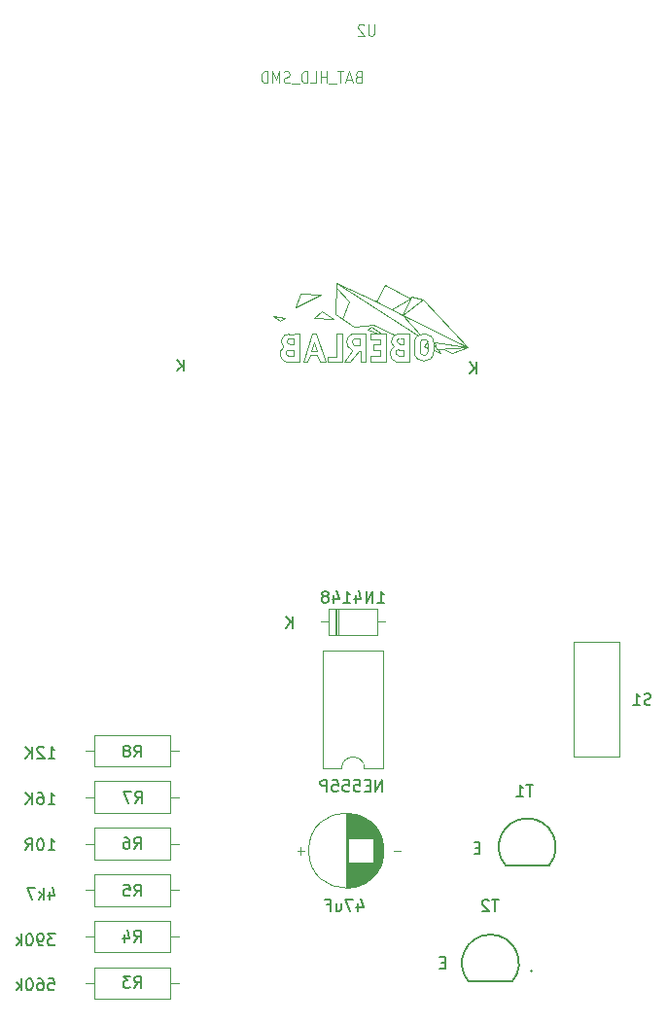
<source format=gbr>
%TF.GenerationSoftware,KiCad,Pcbnew,9.0.6*%
%TF.CreationDate,2025-12-08T17:51:08+01:00*%
%TF.ProjectId,Rocket,526f636b-6574-42e6-9b69-6361645f7063,rev?*%
%TF.SameCoordinates,Original*%
%TF.FileFunction,Legend,Bot*%
%TF.FilePolarity,Positive*%
%FSLAX46Y46*%
G04 Gerber Fmt 4.6, Leading zero omitted, Abs format (unit mm)*
G04 Created by KiCad (PCBNEW 9.0.6) date 2025-12-08 17:51:08*
%MOMM*%
%LPD*%
G01*
G04 APERTURE LIST*
%ADD10C,0.150000*%
%ADD11C,0.050000*%
%ADD12C,0.120000*%
%ADD13C,0.010000*%
G04 APERTURE END LIST*
D10*
X162663220Y-112346009D02*
X162329887Y-112346009D01*
X162187030Y-112869819D02*
X162663220Y-112869819D01*
X162663220Y-112869819D02*
X162663220Y-111869819D01*
X162663220Y-111869819D02*
X162187030Y-111869819D01*
X159663220Y-122346009D02*
X159329887Y-122346009D01*
X159187030Y-122869819D02*
X159663220Y-122869819D01*
X159663220Y-122869819D02*
X159663220Y-121869819D01*
X159663220Y-121869819D02*
X159187030Y-121869819D01*
X164306077Y-116869819D02*
X163734649Y-116869819D01*
X164020363Y-117869819D02*
X164020363Y-116869819D01*
X163448934Y-116965057D02*
X163401315Y-116917438D01*
X163401315Y-116917438D02*
X163306077Y-116869819D01*
X163306077Y-116869819D02*
X163067982Y-116869819D01*
X163067982Y-116869819D02*
X162972744Y-116917438D01*
X162972744Y-116917438D02*
X162925125Y-116965057D01*
X162925125Y-116965057D02*
X162877506Y-117060295D01*
X162877506Y-117060295D02*
X162877506Y-117155533D01*
X162877506Y-117155533D02*
X162925125Y-117298390D01*
X162925125Y-117298390D02*
X163496553Y-117869819D01*
X163496553Y-117869819D02*
X162877506Y-117869819D01*
X167306077Y-106869819D02*
X166734649Y-106869819D01*
X167020363Y-107869819D02*
X167020363Y-106869819D01*
X165877506Y-107869819D02*
X166448934Y-107869819D01*
X166163220Y-107869819D02*
X166163220Y-106869819D01*
X166163220Y-106869819D02*
X166258458Y-107012676D01*
X166258458Y-107012676D02*
X166353696Y-107107914D01*
X166353696Y-107107914D02*
X166448934Y-107155533D01*
X162361904Y-70045180D02*
X162361904Y-71045180D01*
X161790476Y-70045180D02*
X162219047Y-70616609D01*
X161790476Y-71045180D02*
X162361904Y-70473752D01*
X136861904Y-69845180D02*
X136861904Y-70845180D01*
X136290476Y-69845180D02*
X136719047Y-70416609D01*
X136290476Y-70845180D02*
X136861904Y-70273752D01*
X164924894Y-113900456D02*
X168710847Y-113883924D01*
X164924893Y-113900456D02*
G75*
G02*
X168710847Y-113883924I1885954J1616532D01*
G01*
X161714046Y-124016532D02*
G75*
G02*
X165500000Y-124000000I1885954J1616532D01*
G01*
X161714047Y-124016532D02*
X165500000Y-124000000D01*
X152066666Y-117188152D02*
X152066666Y-117854819D01*
X152304761Y-116807200D02*
X152542856Y-117521485D01*
X152542856Y-117521485D02*
X151923809Y-117521485D01*
X151638094Y-116854819D02*
X150971428Y-116854819D01*
X150971428Y-116854819D02*
X151399999Y-117854819D01*
X150161904Y-117188152D02*
X150161904Y-117854819D01*
X150590475Y-117188152D02*
X150590475Y-117711961D01*
X150590475Y-117711961D02*
X150542856Y-117807200D01*
X150542856Y-117807200D02*
X150447618Y-117854819D01*
X150447618Y-117854819D02*
X150304761Y-117854819D01*
X150304761Y-117854819D02*
X150209523Y-117807200D01*
X150209523Y-117807200D02*
X150161904Y-117759580D01*
X149352380Y-117331009D02*
X149685713Y-117331009D01*
X149685713Y-117854819D02*
X149685713Y-116854819D01*
X149685713Y-116854819D02*
X149209523Y-116854819D01*
X132586666Y-116554819D02*
X132919999Y-116078628D01*
X133158094Y-116554819D02*
X133158094Y-115554819D01*
X133158094Y-115554819D02*
X132777142Y-115554819D01*
X132777142Y-115554819D02*
X132681904Y-115602438D01*
X132681904Y-115602438D02*
X132634285Y-115650057D01*
X132634285Y-115650057D02*
X132586666Y-115745295D01*
X132586666Y-115745295D02*
X132586666Y-115888152D01*
X132586666Y-115888152D02*
X132634285Y-115983390D01*
X132634285Y-115983390D02*
X132681904Y-116031009D01*
X132681904Y-116031009D02*
X132777142Y-116078628D01*
X132777142Y-116078628D02*
X133158094Y-116078628D01*
X131681904Y-115554819D02*
X132158094Y-115554819D01*
X132158094Y-115554819D02*
X132205713Y-116031009D01*
X132205713Y-116031009D02*
X132158094Y-115983390D01*
X132158094Y-115983390D02*
X132062856Y-115935771D01*
X132062856Y-115935771D02*
X131824761Y-115935771D01*
X131824761Y-115935771D02*
X131729523Y-115983390D01*
X131729523Y-115983390D02*
X131681904Y-116031009D01*
X131681904Y-116031009D02*
X131634285Y-116126247D01*
X131634285Y-116126247D02*
X131634285Y-116364342D01*
X131634285Y-116364342D02*
X131681904Y-116459580D01*
X131681904Y-116459580D02*
X131729523Y-116507200D01*
X131729523Y-116507200D02*
X131824761Y-116554819D01*
X131824761Y-116554819D02*
X132062856Y-116554819D01*
X132062856Y-116554819D02*
X132158094Y-116507200D01*
X132158094Y-116507200D02*
X132205713Y-116459580D01*
X125190476Y-116188152D02*
X125190476Y-116854819D01*
X125428571Y-115807200D02*
X125666666Y-116521485D01*
X125666666Y-116521485D02*
X125047619Y-116521485D01*
X124666666Y-116854819D02*
X124666666Y-115854819D01*
X124571428Y-116473866D02*
X124285714Y-116854819D01*
X124285714Y-116188152D02*
X124666666Y-116569104D01*
X123952380Y-115854819D02*
X123285714Y-115854819D01*
X123285714Y-115854819D02*
X123714285Y-116854819D01*
X153776757Y-91028319D02*
X154348185Y-91028319D01*
X154062471Y-91028319D02*
X154062471Y-90028319D01*
X154062471Y-90028319D02*
X154157709Y-90171176D01*
X154157709Y-90171176D02*
X154252947Y-90266414D01*
X154252947Y-90266414D02*
X154348185Y-90314033D01*
X153348185Y-91028319D02*
X153348185Y-90028319D01*
X153348185Y-90028319D02*
X152776757Y-91028319D01*
X152776757Y-91028319D02*
X152776757Y-90028319D01*
X151871995Y-90361652D02*
X151871995Y-91028319D01*
X152110090Y-89980700D02*
X152348185Y-90694985D01*
X152348185Y-90694985D02*
X151729138Y-90694985D01*
X150824376Y-91028319D02*
X151395804Y-91028319D01*
X151110090Y-91028319D02*
X151110090Y-90028319D01*
X151110090Y-90028319D02*
X151205328Y-90171176D01*
X151205328Y-90171176D02*
X151300566Y-90266414D01*
X151300566Y-90266414D02*
X151395804Y-90314033D01*
X149967233Y-90361652D02*
X149967233Y-91028319D01*
X150205328Y-89980700D02*
X150443423Y-90694985D01*
X150443423Y-90694985D02*
X149824376Y-90694985D01*
X149300566Y-90456890D02*
X149395804Y-90409271D01*
X149395804Y-90409271D02*
X149443423Y-90361652D01*
X149443423Y-90361652D02*
X149491042Y-90266414D01*
X149491042Y-90266414D02*
X149491042Y-90218795D01*
X149491042Y-90218795D02*
X149443423Y-90123557D01*
X149443423Y-90123557D02*
X149395804Y-90075938D01*
X149395804Y-90075938D02*
X149300566Y-90028319D01*
X149300566Y-90028319D02*
X149110090Y-90028319D01*
X149110090Y-90028319D02*
X149014852Y-90075938D01*
X149014852Y-90075938D02*
X148967233Y-90123557D01*
X148967233Y-90123557D02*
X148919614Y-90218795D01*
X148919614Y-90218795D02*
X148919614Y-90266414D01*
X148919614Y-90266414D02*
X148967233Y-90361652D01*
X148967233Y-90361652D02*
X149014852Y-90409271D01*
X149014852Y-90409271D02*
X149110090Y-90456890D01*
X149110090Y-90456890D02*
X149300566Y-90456890D01*
X149300566Y-90456890D02*
X149395804Y-90504509D01*
X149395804Y-90504509D02*
X149443423Y-90552128D01*
X149443423Y-90552128D02*
X149491042Y-90647366D01*
X149491042Y-90647366D02*
X149491042Y-90837842D01*
X149491042Y-90837842D02*
X149443423Y-90933080D01*
X149443423Y-90933080D02*
X149395804Y-90980700D01*
X149395804Y-90980700D02*
X149300566Y-91028319D01*
X149300566Y-91028319D02*
X149110090Y-91028319D01*
X149110090Y-91028319D02*
X149014852Y-90980700D01*
X149014852Y-90980700D02*
X148967233Y-90933080D01*
X148967233Y-90933080D02*
X148919614Y-90837842D01*
X148919614Y-90837842D02*
X148919614Y-90647366D01*
X148919614Y-90647366D02*
X148967233Y-90552128D01*
X148967233Y-90552128D02*
X149014852Y-90504509D01*
X149014852Y-90504509D02*
X149110090Y-90456890D01*
X146361904Y-93254819D02*
X146361904Y-92254819D01*
X145790476Y-93254819D02*
X146219047Y-92683390D01*
X145790476Y-92254819D02*
X146361904Y-92826247D01*
X177561904Y-99867200D02*
X177419047Y-99914819D01*
X177419047Y-99914819D02*
X177180952Y-99914819D01*
X177180952Y-99914819D02*
X177085714Y-99867200D01*
X177085714Y-99867200D02*
X177038095Y-99819580D01*
X177038095Y-99819580D02*
X176990476Y-99724342D01*
X176990476Y-99724342D02*
X176990476Y-99629104D01*
X176990476Y-99629104D02*
X177038095Y-99533866D01*
X177038095Y-99533866D02*
X177085714Y-99486247D01*
X177085714Y-99486247D02*
X177180952Y-99438628D01*
X177180952Y-99438628D02*
X177371428Y-99391009D01*
X177371428Y-99391009D02*
X177466666Y-99343390D01*
X177466666Y-99343390D02*
X177514285Y-99295771D01*
X177514285Y-99295771D02*
X177561904Y-99200533D01*
X177561904Y-99200533D02*
X177561904Y-99105295D01*
X177561904Y-99105295D02*
X177514285Y-99010057D01*
X177514285Y-99010057D02*
X177466666Y-98962438D01*
X177466666Y-98962438D02*
X177371428Y-98914819D01*
X177371428Y-98914819D02*
X177133333Y-98914819D01*
X177133333Y-98914819D02*
X176990476Y-98962438D01*
X176038095Y-99914819D02*
X176609523Y-99914819D01*
X176323809Y-99914819D02*
X176323809Y-98914819D01*
X176323809Y-98914819D02*
X176419047Y-99057676D01*
X176419047Y-99057676D02*
X176514285Y-99152914D01*
X176514285Y-99152914D02*
X176609523Y-99200533D01*
X132566666Y-120554819D02*
X132899999Y-120078628D01*
X133138094Y-120554819D02*
X133138094Y-119554819D01*
X133138094Y-119554819D02*
X132757142Y-119554819D01*
X132757142Y-119554819D02*
X132661904Y-119602438D01*
X132661904Y-119602438D02*
X132614285Y-119650057D01*
X132614285Y-119650057D02*
X132566666Y-119745295D01*
X132566666Y-119745295D02*
X132566666Y-119888152D01*
X132566666Y-119888152D02*
X132614285Y-119983390D01*
X132614285Y-119983390D02*
X132661904Y-120031009D01*
X132661904Y-120031009D02*
X132757142Y-120078628D01*
X132757142Y-120078628D02*
X133138094Y-120078628D01*
X131709523Y-119888152D02*
X131709523Y-120554819D01*
X131947618Y-119507200D02*
X132185713Y-120221485D01*
X132185713Y-120221485D02*
X131566666Y-120221485D01*
X125690475Y-119854819D02*
X125071428Y-119854819D01*
X125071428Y-119854819D02*
X125404761Y-120235771D01*
X125404761Y-120235771D02*
X125261904Y-120235771D01*
X125261904Y-120235771D02*
X125166666Y-120283390D01*
X125166666Y-120283390D02*
X125119047Y-120331009D01*
X125119047Y-120331009D02*
X125071428Y-120426247D01*
X125071428Y-120426247D02*
X125071428Y-120664342D01*
X125071428Y-120664342D02*
X125119047Y-120759580D01*
X125119047Y-120759580D02*
X125166666Y-120807200D01*
X125166666Y-120807200D02*
X125261904Y-120854819D01*
X125261904Y-120854819D02*
X125547618Y-120854819D01*
X125547618Y-120854819D02*
X125642856Y-120807200D01*
X125642856Y-120807200D02*
X125690475Y-120759580D01*
X124595237Y-120854819D02*
X124404761Y-120854819D01*
X124404761Y-120854819D02*
X124309523Y-120807200D01*
X124309523Y-120807200D02*
X124261904Y-120759580D01*
X124261904Y-120759580D02*
X124166666Y-120616723D01*
X124166666Y-120616723D02*
X124119047Y-120426247D01*
X124119047Y-120426247D02*
X124119047Y-120045295D01*
X124119047Y-120045295D02*
X124166666Y-119950057D01*
X124166666Y-119950057D02*
X124214285Y-119902438D01*
X124214285Y-119902438D02*
X124309523Y-119854819D01*
X124309523Y-119854819D02*
X124499999Y-119854819D01*
X124499999Y-119854819D02*
X124595237Y-119902438D01*
X124595237Y-119902438D02*
X124642856Y-119950057D01*
X124642856Y-119950057D02*
X124690475Y-120045295D01*
X124690475Y-120045295D02*
X124690475Y-120283390D01*
X124690475Y-120283390D02*
X124642856Y-120378628D01*
X124642856Y-120378628D02*
X124595237Y-120426247D01*
X124595237Y-120426247D02*
X124499999Y-120473866D01*
X124499999Y-120473866D02*
X124309523Y-120473866D01*
X124309523Y-120473866D02*
X124214285Y-120426247D01*
X124214285Y-120426247D02*
X124166666Y-120378628D01*
X124166666Y-120378628D02*
X124119047Y-120283390D01*
X123499999Y-119854819D02*
X123404761Y-119854819D01*
X123404761Y-119854819D02*
X123309523Y-119902438D01*
X123309523Y-119902438D02*
X123261904Y-119950057D01*
X123261904Y-119950057D02*
X123214285Y-120045295D01*
X123214285Y-120045295D02*
X123166666Y-120235771D01*
X123166666Y-120235771D02*
X123166666Y-120473866D01*
X123166666Y-120473866D02*
X123214285Y-120664342D01*
X123214285Y-120664342D02*
X123261904Y-120759580D01*
X123261904Y-120759580D02*
X123309523Y-120807200D01*
X123309523Y-120807200D02*
X123404761Y-120854819D01*
X123404761Y-120854819D02*
X123499999Y-120854819D01*
X123499999Y-120854819D02*
X123595237Y-120807200D01*
X123595237Y-120807200D02*
X123642856Y-120759580D01*
X123642856Y-120759580D02*
X123690475Y-120664342D01*
X123690475Y-120664342D02*
X123738094Y-120473866D01*
X123738094Y-120473866D02*
X123738094Y-120235771D01*
X123738094Y-120235771D02*
X123690475Y-120045295D01*
X123690475Y-120045295D02*
X123642856Y-119950057D01*
X123642856Y-119950057D02*
X123595237Y-119902438D01*
X123595237Y-119902438D02*
X123499999Y-119854819D01*
X122738094Y-120854819D02*
X122738094Y-119854819D01*
X122642856Y-120473866D02*
X122357142Y-120854819D01*
X122357142Y-120188152D02*
X122738094Y-120569104D01*
X132586666Y-104454819D02*
X132919999Y-103978628D01*
X133158094Y-104454819D02*
X133158094Y-103454819D01*
X133158094Y-103454819D02*
X132777142Y-103454819D01*
X132777142Y-103454819D02*
X132681904Y-103502438D01*
X132681904Y-103502438D02*
X132634285Y-103550057D01*
X132634285Y-103550057D02*
X132586666Y-103645295D01*
X132586666Y-103645295D02*
X132586666Y-103788152D01*
X132586666Y-103788152D02*
X132634285Y-103883390D01*
X132634285Y-103883390D02*
X132681904Y-103931009D01*
X132681904Y-103931009D02*
X132777142Y-103978628D01*
X132777142Y-103978628D02*
X133158094Y-103978628D01*
X132015237Y-103883390D02*
X132110475Y-103835771D01*
X132110475Y-103835771D02*
X132158094Y-103788152D01*
X132158094Y-103788152D02*
X132205713Y-103692914D01*
X132205713Y-103692914D02*
X132205713Y-103645295D01*
X132205713Y-103645295D02*
X132158094Y-103550057D01*
X132158094Y-103550057D02*
X132110475Y-103502438D01*
X132110475Y-103502438D02*
X132015237Y-103454819D01*
X132015237Y-103454819D02*
X131824761Y-103454819D01*
X131824761Y-103454819D02*
X131729523Y-103502438D01*
X131729523Y-103502438D02*
X131681904Y-103550057D01*
X131681904Y-103550057D02*
X131634285Y-103645295D01*
X131634285Y-103645295D02*
X131634285Y-103692914D01*
X131634285Y-103692914D02*
X131681904Y-103788152D01*
X131681904Y-103788152D02*
X131729523Y-103835771D01*
X131729523Y-103835771D02*
X131824761Y-103883390D01*
X131824761Y-103883390D02*
X132015237Y-103883390D01*
X132015237Y-103883390D02*
X132110475Y-103931009D01*
X132110475Y-103931009D02*
X132158094Y-103978628D01*
X132158094Y-103978628D02*
X132205713Y-104073866D01*
X132205713Y-104073866D02*
X132205713Y-104264342D01*
X132205713Y-104264342D02*
X132158094Y-104359580D01*
X132158094Y-104359580D02*
X132110475Y-104407200D01*
X132110475Y-104407200D02*
X132015237Y-104454819D01*
X132015237Y-104454819D02*
X131824761Y-104454819D01*
X131824761Y-104454819D02*
X131729523Y-104407200D01*
X131729523Y-104407200D02*
X131681904Y-104359580D01*
X131681904Y-104359580D02*
X131634285Y-104264342D01*
X131634285Y-104264342D02*
X131634285Y-104073866D01*
X131634285Y-104073866D02*
X131681904Y-103978628D01*
X131681904Y-103978628D02*
X131729523Y-103931009D01*
X131729523Y-103931009D02*
X131824761Y-103883390D01*
X125090476Y-104554819D02*
X125661904Y-104554819D01*
X125376190Y-104554819D02*
X125376190Y-103554819D01*
X125376190Y-103554819D02*
X125471428Y-103697676D01*
X125471428Y-103697676D02*
X125566666Y-103792914D01*
X125566666Y-103792914D02*
X125661904Y-103840533D01*
X124709523Y-103650057D02*
X124661904Y-103602438D01*
X124661904Y-103602438D02*
X124566666Y-103554819D01*
X124566666Y-103554819D02*
X124328571Y-103554819D01*
X124328571Y-103554819D02*
X124233333Y-103602438D01*
X124233333Y-103602438D02*
X124185714Y-103650057D01*
X124185714Y-103650057D02*
X124138095Y-103745295D01*
X124138095Y-103745295D02*
X124138095Y-103840533D01*
X124138095Y-103840533D02*
X124185714Y-103983390D01*
X124185714Y-103983390D02*
X124757142Y-104554819D01*
X124757142Y-104554819D02*
X124138095Y-104554819D01*
X123709523Y-104554819D02*
X123709523Y-103554819D01*
X123138095Y-104554819D02*
X123566666Y-103983390D01*
X123138095Y-103554819D02*
X123709523Y-104126247D01*
X132586666Y-124554819D02*
X132919999Y-124078628D01*
X133158094Y-124554819D02*
X133158094Y-123554819D01*
X133158094Y-123554819D02*
X132777142Y-123554819D01*
X132777142Y-123554819D02*
X132681904Y-123602438D01*
X132681904Y-123602438D02*
X132634285Y-123650057D01*
X132634285Y-123650057D02*
X132586666Y-123745295D01*
X132586666Y-123745295D02*
X132586666Y-123888152D01*
X132586666Y-123888152D02*
X132634285Y-123983390D01*
X132634285Y-123983390D02*
X132681904Y-124031009D01*
X132681904Y-124031009D02*
X132777142Y-124078628D01*
X132777142Y-124078628D02*
X133158094Y-124078628D01*
X132253332Y-123554819D02*
X131634285Y-123554819D01*
X131634285Y-123554819D02*
X131967618Y-123935771D01*
X131967618Y-123935771D02*
X131824761Y-123935771D01*
X131824761Y-123935771D02*
X131729523Y-123983390D01*
X131729523Y-123983390D02*
X131681904Y-124031009D01*
X131681904Y-124031009D02*
X131634285Y-124126247D01*
X131634285Y-124126247D02*
X131634285Y-124364342D01*
X131634285Y-124364342D02*
X131681904Y-124459580D01*
X131681904Y-124459580D02*
X131729523Y-124507200D01*
X131729523Y-124507200D02*
X131824761Y-124554819D01*
X131824761Y-124554819D02*
X132110475Y-124554819D01*
X132110475Y-124554819D02*
X132205713Y-124507200D01*
X132205713Y-124507200D02*
X132253332Y-124459580D01*
X125119047Y-123754819D02*
X125595237Y-123754819D01*
X125595237Y-123754819D02*
X125642856Y-124231009D01*
X125642856Y-124231009D02*
X125595237Y-124183390D01*
X125595237Y-124183390D02*
X125499999Y-124135771D01*
X125499999Y-124135771D02*
X125261904Y-124135771D01*
X125261904Y-124135771D02*
X125166666Y-124183390D01*
X125166666Y-124183390D02*
X125119047Y-124231009D01*
X125119047Y-124231009D02*
X125071428Y-124326247D01*
X125071428Y-124326247D02*
X125071428Y-124564342D01*
X125071428Y-124564342D02*
X125119047Y-124659580D01*
X125119047Y-124659580D02*
X125166666Y-124707200D01*
X125166666Y-124707200D02*
X125261904Y-124754819D01*
X125261904Y-124754819D02*
X125499999Y-124754819D01*
X125499999Y-124754819D02*
X125595237Y-124707200D01*
X125595237Y-124707200D02*
X125642856Y-124659580D01*
X124214285Y-123754819D02*
X124404761Y-123754819D01*
X124404761Y-123754819D02*
X124499999Y-123802438D01*
X124499999Y-123802438D02*
X124547618Y-123850057D01*
X124547618Y-123850057D02*
X124642856Y-123992914D01*
X124642856Y-123992914D02*
X124690475Y-124183390D01*
X124690475Y-124183390D02*
X124690475Y-124564342D01*
X124690475Y-124564342D02*
X124642856Y-124659580D01*
X124642856Y-124659580D02*
X124595237Y-124707200D01*
X124595237Y-124707200D02*
X124499999Y-124754819D01*
X124499999Y-124754819D02*
X124309523Y-124754819D01*
X124309523Y-124754819D02*
X124214285Y-124707200D01*
X124214285Y-124707200D02*
X124166666Y-124659580D01*
X124166666Y-124659580D02*
X124119047Y-124564342D01*
X124119047Y-124564342D02*
X124119047Y-124326247D01*
X124119047Y-124326247D02*
X124166666Y-124231009D01*
X124166666Y-124231009D02*
X124214285Y-124183390D01*
X124214285Y-124183390D02*
X124309523Y-124135771D01*
X124309523Y-124135771D02*
X124499999Y-124135771D01*
X124499999Y-124135771D02*
X124595237Y-124183390D01*
X124595237Y-124183390D02*
X124642856Y-124231009D01*
X124642856Y-124231009D02*
X124690475Y-124326247D01*
X123499999Y-123754819D02*
X123404761Y-123754819D01*
X123404761Y-123754819D02*
X123309523Y-123802438D01*
X123309523Y-123802438D02*
X123261904Y-123850057D01*
X123261904Y-123850057D02*
X123214285Y-123945295D01*
X123214285Y-123945295D02*
X123166666Y-124135771D01*
X123166666Y-124135771D02*
X123166666Y-124373866D01*
X123166666Y-124373866D02*
X123214285Y-124564342D01*
X123214285Y-124564342D02*
X123261904Y-124659580D01*
X123261904Y-124659580D02*
X123309523Y-124707200D01*
X123309523Y-124707200D02*
X123404761Y-124754819D01*
X123404761Y-124754819D02*
X123499999Y-124754819D01*
X123499999Y-124754819D02*
X123595237Y-124707200D01*
X123595237Y-124707200D02*
X123642856Y-124659580D01*
X123642856Y-124659580D02*
X123690475Y-124564342D01*
X123690475Y-124564342D02*
X123738094Y-124373866D01*
X123738094Y-124373866D02*
X123738094Y-124135771D01*
X123738094Y-124135771D02*
X123690475Y-123945295D01*
X123690475Y-123945295D02*
X123642856Y-123850057D01*
X123642856Y-123850057D02*
X123595237Y-123802438D01*
X123595237Y-123802438D02*
X123499999Y-123754819D01*
X122738094Y-124754819D02*
X122738094Y-123754819D01*
X122642856Y-124373866D02*
X122357142Y-124754819D01*
X122357142Y-124088152D02*
X122738094Y-124469104D01*
X132566666Y-112454819D02*
X132899999Y-111978628D01*
X133138094Y-112454819D02*
X133138094Y-111454819D01*
X133138094Y-111454819D02*
X132757142Y-111454819D01*
X132757142Y-111454819D02*
X132661904Y-111502438D01*
X132661904Y-111502438D02*
X132614285Y-111550057D01*
X132614285Y-111550057D02*
X132566666Y-111645295D01*
X132566666Y-111645295D02*
X132566666Y-111788152D01*
X132566666Y-111788152D02*
X132614285Y-111883390D01*
X132614285Y-111883390D02*
X132661904Y-111931009D01*
X132661904Y-111931009D02*
X132757142Y-111978628D01*
X132757142Y-111978628D02*
X133138094Y-111978628D01*
X131709523Y-111454819D02*
X131899999Y-111454819D01*
X131899999Y-111454819D02*
X131995237Y-111502438D01*
X131995237Y-111502438D02*
X132042856Y-111550057D01*
X132042856Y-111550057D02*
X132138094Y-111692914D01*
X132138094Y-111692914D02*
X132185713Y-111883390D01*
X132185713Y-111883390D02*
X132185713Y-112264342D01*
X132185713Y-112264342D02*
X132138094Y-112359580D01*
X132138094Y-112359580D02*
X132090475Y-112407200D01*
X132090475Y-112407200D02*
X131995237Y-112454819D01*
X131995237Y-112454819D02*
X131804761Y-112454819D01*
X131804761Y-112454819D02*
X131709523Y-112407200D01*
X131709523Y-112407200D02*
X131661904Y-112359580D01*
X131661904Y-112359580D02*
X131614285Y-112264342D01*
X131614285Y-112264342D02*
X131614285Y-112026247D01*
X131614285Y-112026247D02*
X131661904Y-111931009D01*
X131661904Y-111931009D02*
X131709523Y-111883390D01*
X131709523Y-111883390D02*
X131804761Y-111835771D01*
X131804761Y-111835771D02*
X131995237Y-111835771D01*
X131995237Y-111835771D02*
X132090475Y-111883390D01*
X132090475Y-111883390D02*
X132138094Y-111931009D01*
X132138094Y-111931009D02*
X132185713Y-112026247D01*
X125090476Y-112554819D02*
X125661904Y-112554819D01*
X125376190Y-112554819D02*
X125376190Y-111554819D01*
X125376190Y-111554819D02*
X125471428Y-111697676D01*
X125471428Y-111697676D02*
X125566666Y-111792914D01*
X125566666Y-111792914D02*
X125661904Y-111840533D01*
X124471428Y-111554819D02*
X124376190Y-111554819D01*
X124376190Y-111554819D02*
X124280952Y-111602438D01*
X124280952Y-111602438D02*
X124233333Y-111650057D01*
X124233333Y-111650057D02*
X124185714Y-111745295D01*
X124185714Y-111745295D02*
X124138095Y-111935771D01*
X124138095Y-111935771D02*
X124138095Y-112173866D01*
X124138095Y-112173866D02*
X124185714Y-112364342D01*
X124185714Y-112364342D02*
X124233333Y-112459580D01*
X124233333Y-112459580D02*
X124280952Y-112507200D01*
X124280952Y-112507200D02*
X124376190Y-112554819D01*
X124376190Y-112554819D02*
X124471428Y-112554819D01*
X124471428Y-112554819D02*
X124566666Y-112507200D01*
X124566666Y-112507200D02*
X124614285Y-112459580D01*
X124614285Y-112459580D02*
X124661904Y-112364342D01*
X124661904Y-112364342D02*
X124709523Y-112173866D01*
X124709523Y-112173866D02*
X124709523Y-111935771D01*
X124709523Y-111935771D02*
X124661904Y-111745295D01*
X124661904Y-111745295D02*
X124614285Y-111650057D01*
X124614285Y-111650057D02*
X124566666Y-111602438D01*
X124566666Y-111602438D02*
X124471428Y-111554819D01*
X123138095Y-112554819D02*
X123471428Y-112078628D01*
X123709523Y-112554819D02*
X123709523Y-111554819D01*
X123709523Y-111554819D02*
X123328571Y-111554819D01*
X123328571Y-111554819D02*
X123233333Y-111602438D01*
X123233333Y-111602438D02*
X123185714Y-111650057D01*
X123185714Y-111650057D02*
X123138095Y-111745295D01*
X123138095Y-111745295D02*
X123138095Y-111888152D01*
X123138095Y-111888152D02*
X123185714Y-111983390D01*
X123185714Y-111983390D02*
X123233333Y-112031009D01*
X123233333Y-112031009D02*
X123328571Y-112078628D01*
X123328571Y-112078628D02*
X123709523Y-112078628D01*
X132666666Y-108454819D02*
X132999999Y-107978628D01*
X133238094Y-108454819D02*
X133238094Y-107454819D01*
X133238094Y-107454819D02*
X132857142Y-107454819D01*
X132857142Y-107454819D02*
X132761904Y-107502438D01*
X132761904Y-107502438D02*
X132714285Y-107550057D01*
X132714285Y-107550057D02*
X132666666Y-107645295D01*
X132666666Y-107645295D02*
X132666666Y-107788152D01*
X132666666Y-107788152D02*
X132714285Y-107883390D01*
X132714285Y-107883390D02*
X132761904Y-107931009D01*
X132761904Y-107931009D02*
X132857142Y-107978628D01*
X132857142Y-107978628D02*
X133238094Y-107978628D01*
X132333332Y-107454819D02*
X131666666Y-107454819D01*
X131666666Y-107454819D02*
X132095237Y-108454819D01*
X125090476Y-108554819D02*
X125661904Y-108554819D01*
X125376190Y-108554819D02*
X125376190Y-107554819D01*
X125376190Y-107554819D02*
X125471428Y-107697676D01*
X125471428Y-107697676D02*
X125566666Y-107792914D01*
X125566666Y-107792914D02*
X125661904Y-107840533D01*
X124233333Y-107554819D02*
X124423809Y-107554819D01*
X124423809Y-107554819D02*
X124519047Y-107602438D01*
X124519047Y-107602438D02*
X124566666Y-107650057D01*
X124566666Y-107650057D02*
X124661904Y-107792914D01*
X124661904Y-107792914D02*
X124709523Y-107983390D01*
X124709523Y-107983390D02*
X124709523Y-108364342D01*
X124709523Y-108364342D02*
X124661904Y-108459580D01*
X124661904Y-108459580D02*
X124614285Y-108507200D01*
X124614285Y-108507200D02*
X124519047Y-108554819D01*
X124519047Y-108554819D02*
X124328571Y-108554819D01*
X124328571Y-108554819D02*
X124233333Y-108507200D01*
X124233333Y-108507200D02*
X124185714Y-108459580D01*
X124185714Y-108459580D02*
X124138095Y-108364342D01*
X124138095Y-108364342D02*
X124138095Y-108126247D01*
X124138095Y-108126247D02*
X124185714Y-108031009D01*
X124185714Y-108031009D02*
X124233333Y-107983390D01*
X124233333Y-107983390D02*
X124328571Y-107935771D01*
X124328571Y-107935771D02*
X124519047Y-107935771D01*
X124519047Y-107935771D02*
X124614285Y-107983390D01*
X124614285Y-107983390D02*
X124661904Y-108031009D01*
X124661904Y-108031009D02*
X124709523Y-108126247D01*
X123709523Y-108554819D02*
X123709523Y-107554819D01*
X123138095Y-108554819D02*
X123566666Y-107983390D01*
X123138095Y-107554819D02*
X123709523Y-108126247D01*
X154166666Y-107454819D02*
X154166666Y-106454819D01*
X154166666Y-106454819D02*
X153595238Y-107454819D01*
X153595238Y-107454819D02*
X153595238Y-106454819D01*
X153119047Y-106931009D02*
X152785714Y-106931009D01*
X152642857Y-107454819D02*
X153119047Y-107454819D01*
X153119047Y-107454819D02*
X153119047Y-106454819D01*
X153119047Y-106454819D02*
X152642857Y-106454819D01*
X151738095Y-106454819D02*
X152214285Y-106454819D01*
X152214285Y-106454819D02*
X152261904Y-106931009D01*
X152261904Y-106931009D02*
X152214285Y-106883390D01*
X152214285Y-106883390D02*
X152119047Y-106835771D01*
X152119047Y-106835771D02*
X151880952Y-106835771D01*
X151880952Y-106835771D02*
X151785714Y-106883390D01*
X151785714Y-106883390D02*
X151738095Y-106931009D01*
X151738095Y-106931009D02*
X151690476Y-107026247D01*
X151690476Y-107026247D02*
X151690476Y-107264342D01*
X151690476Y-107264342D02*
X151738095Y-107359580D01*
X151738095Y-107359580D02*
X151785714Y-107407200D01*
X151785714Y-107407200D02*
X151880952Y-107454819D01*
X151880952Y-107454819D02*
X152119047Y-107454819D01*
X152119047Y-107454819D02*
X152214285Y-107407200D01*
X152214285Y-107407200D02*
X152261904Y-107359580D01*
X150785714Y-106454819D02*
X151261904Y-106454819D01*
X151261904Y-106454819D02*
X151309523Y-106931009D01*
X151309523Y-106931009D02*
X151261904Y-106883390D01*
X151261904Y-106883390D02*
X151166666Y-106835771D01*
X151166666Y-106835771D02*
X150928571Y-106835771D01*
X150928571Y-106835771D02*
X150833333Y-106883390D01*
X150833333Y-106883390D02*
X150785714Y-106931009D01*
X150785714Y-106931009D02*
X150738095Y-107026247D01*
X150738095Y-107026247D02*
X150738095Y-107264342D01*
X150738095Y-107264342D02*
X150785714Y-107359580D01*
X150785714Y-107359580D02*
X150833333Y-107407200D01*
X150833333Y-107407200D02*
X150928571Y-107454819D01*
X150928571Y-107454819D02*
X151166666Y-107454819D01*
X151166666Y-107454819D02*
X151261904Y-107407200D01*
X151261904Y-107407200D02*
X151309523Y-107359580D01*
X149833333Y-106454819D02*
X150309523Y-106454819D01*
X150309523Y-106454819D02*
X150357142Y-106931009D01*
X150357142Y-106931009D02*
X150309523Y-106883390D01*
X150309523Y-106883390D02*
X150214285Y-106835771D01*
X150214285Y-106835771D02*
X149976190Y-106835771D01*
X149976190Y-106835771D02*
X149880952Y-106883390D01*
X149880952Y-106883390D02*
X149833333Y-106931009D01*
X149833333Y-106931009D02*
X149785714Y-107026247D01*
X149785714Y-107026247D02*
X149785714Y-107264342D01*
X149785714Y-107264342D02*
X149833333Y-107359580D01*
X149833333Y-107359580D02*
X149880952Y-107407200D01*
X149880952Y-107407200D02*
X149976190Y-107454819D01*
X149976190Y-107454819D02*
X150214285Y-107454819D01*
X150214285Y-107454819D02*
X150309523Y-107407200D01*
X150309523Y-107407200D02*
X150357142Y-107359580D01*
X149357142Y-107454819D02*
X149357142Y-106454819D01*
X149357142Y-106454819D02*
X148976190Y-106454819D01*
X148976190Y-106454819D02*
X148880952Y-106502438D01*
X148880952Y-106502438D02*
X148833333Y-106550057D01*
X148833333Y-106550057D02*
X148785714Y-106645295D01*
X148785714Y-106645295D02*
X148785714Y-106788152D01*
X148785714Y-106788152D02*
X148833333Y-106883390D01*
X148833333Y-106883390D02*
X148880952Y-106931009D01*
X148880952Y-106931009D02*
X148976190Y-106978628D01*
X148976190Y-106978628D02*
X149357142Y-106978628D01*
D11*
X153469714Y-40652019D02*
X153469714Y-41461542D01*
X153469714Y-41461542D02*
X153426857Y-41556780D01*
X153426857Y-41556780D02*
X153384000Y-41604400D01*
X153384000Y-41604400D02*
X153298285Y-41652019D01*
X153298285Y-41652019D02*
X153126857Y-41652019D01*
X153126857Y-41652019D02*
X153041142Y-41604400D01*
X153041142Y-41604400D02*
X152998285Y-41556780D01*
X152998285Y-41556780D02*
X152955428Y-41461542D01*
X152955428Y-41461542D02*
X152955428Y-40652019D01*
X152569714Y-40747257D02*
X152526857Y-40699638D01*
X152526857Y-40699638D02*
X152441143Y-40652019D01*
X152441143Y-40652019D02*
X152226857Y-40652019D01*
X152226857Y-40652019D02*
X152141143Y-40699638D01*
X152141143Y-40699638D02*
X152098285Y-40747257D01*
X152098285Y-40747257D02*
X152055428Y-40842495D01*
X152055428Y-40842495D02*
X152055428Y-40937733D01*
X152055428Y-40937733D02*
X152098285Y-41080590D01*
X152098285Y-41080590D02*
X152612571Y-41652019D01*
X152612571Y-41652019D02*
X152055428Y-41652019D01*
X152062570Y-45248209D02*
X151933998Y-45295828D01*
X151933998Y-45295828D02*
X151891141Y-45343447D01*
X151891141Y-45343447D02*
X151848284Y-45438685D01*
X151848284Y-45438685D02*
X151848284Y-45581542D01*
X151848284Y-45581542D02*
X151891141Y-45676780D01*
X151891141Y-45676780D02*
X151933998Y-45724400D01*
X151933998Y-45724400D02*
X152019713Y-45772019D01*
X152019713Y-45772019D02*
X152362570Y-45772019D01*
X152362570Y-45772019D02*
X152362570Y-44772019D01*
X152362570Y-44772019D02*
X152062570Y-44772019D01*
X152062570Y-44772019D02*
X151976856Y-44819638D01*
X151976856Y-44819638D02*
X151933998Y-44867257D01*
X151933998Y-44867257D02*
X151891141Y-44962495D01*
X151891141Y-44962495D02*
X151891141Y-45057733D01*
X151891141Y-45057733D02*
X151933998Y-45152971D01*
X151933998Y-45152971D02*
X151976856Y-45200590D01*
X151976856Y-45200590D02*
X152062570Y-45248209D01*
X152062570Y-45248209D02*
X152362570Y-45248209D01*
X151505427Y-45486304D02*
X151076856Y-45486304D01*
X151591141Y-45772019D02*
X151291141Y-44772019D01*
X151291141Y-44772019D02*
X150991141Y-45772019D01*
X150819712Y-44772019D02*
X150305427Y-44772019D01*
X150562569Y-45772019D02*
X150562569Y-44772019D01*
X150219713Y-45867257D02*
X149533998Y-45867257D01*
X149319713Y-45772019D02*
X149319713Y-44772019D01*
X149319713Y-45248209D02*
X148805427Y-45248209D01*
X148805427Y-45772019D02*
X148805427Y-44772019D01*
X147948284Y-45772019D02*
X148376856Y-45772019D01*
X148376856Y-45772019D02*
X148376856Y-44772019D01*
X147648285Y-45772019D02*
X147648285Y-44772019D01*
X147648285Y-44772019D02*
X147433999Y-44772019D01*
X147433999Y-44772019D02*
X147305428Y-44819638D01*
X147305428Y-44819638D02*
X147219713Y-44914876D01*
X147219713Y-44914876D02*
X147176856Y-45010114D01*
X147176856Y-45010114D02*
X147133999Y-45200590D01*
X147133999Y-45200590D02*
X147133999Y-45343447D01*
X147133999Y-45343447D02*
X147176856Y-45533923D01*
X147176856Y-45533923D02*
X147219713Y-45629161D01*
X147219713Y-45629161D02*
X147305428Y-45724400D01*
X147305428Y-45724400D02*
X147433999Y-45772019D01*
X147433999Y-45772019D02*
X147648285Y-45772019D01*
X146962571Y-45867257D02*
X146276856Y-45867257D01*
X146105428Y-45724400D02*
X145976857Y-45772019D01*
X145976857Y-45772019D02*
X145762571Y-45772019D01*
X145762571Y-45772019D02*
X145676857Y-45724400D01*
X145676857Y-45724400D02*
X145633999Y-45676780D01*
X145633999Y-45676780D02*
X145591142Y-45581542D01*
X145591142Y-45581542D02*
X145591142Y-45486304D01*
X145591142Y-45486304D02*
X145633999Y-45391066D01*
X145633999Y-45391066D02*
X145676857Y-45343447D01*
X145676857Y-45343447D02*
X145762571Y-45295828D01*
X145762571Y-45295828D02*
X145933999Y-45248209D01*
X145933999Y-45248209D02*
X146019714Y-45200590D01*
X146019714Y-45200590D02*
X146062571Y-45152971D01*
X146062571Y-45152971D02*
X146105428Y-45057733D01*
X146105428Y-45057733D02*
X146105428Y-44962495D01*
X146105428Y-44962495D02*
X146062571Y-44867257D01*
X146062571Y-44867257D02*
X146019714Y-44819638D01*
X146019714Y-44819638D02*
X145933999Y-44772019D01*
X145933999Y-44772019D02*
X145719714Y-44772019D01*
X145719714Y-44772019D02*
X145591142Y-44819638D01*
X145205428Y-45772019D02*
X145205428Y-44772019D01*
X145205428Y-44772019D02*
X144905428Y-45486304D01*
X144905428Y-45486304D02*
X144605428Y-44772019D01*
X144605428Y-44772019D02*
X144605428Y-45772019D01*
X144176857Y-45772019D02*
X144176857Y-44772019D01*
X144176857Y-44772019D02*
X143962571Y-44772019D01*
X143962571Y-44772019D02*
X143834000Y-44819638D01*
X143834000Y-44819638D02*
X143748285Y-44914876D01*
X143748285Y-44914876D02*
X143705428Y-45010114D01*
X143705428Y-45010114D02*
X143662571Y-45200590D01*
X143662571Y-45200590D02*
X143662571Y-45343447D01*
X143662571Y-45343447D02*
X143705428Y-45533923D01*
X143705428Y-45533923D02*
X143748285Y-45629161D01*
X143748285Y-45629161D02*
X143834000Y-45724400D01*
X143834000Y-45724400D02*
X143962571Y-45772019D01*
X143962571Y-45772019D02*
X144176857Y-45772019D01*
%TO.C,G\u002A\u002A\u002A*%
X154400000Y-63375000D02*
X156600000Y-64550000D01*
X156600000Y-64550000D02*
X155025000Y-65450000D01*
X161625000Y-68800000D02*
X160300000Y-69275000D01*
X158725000Y-68325000D02*
X158950000Y-68950000D01*
X158950000Y-68950000D02*
X161625000Y-68800000D01*
X153400000Y-66800000D02*
X155225000Y-67700000D01*
X151725000Y-67025000D02*
X153400000Y-66800000D01*
X150100000Y-65900000D02*
X151725000Y-67025000D01*
X161625000Y-68800000D02*
X157725000Y-64625000D01*
X161625000Y-68800000D02*
X158725000Y-68325000D01*
D12*
X151775000Y-68050000D02*
X152225000Y-68050000D01*
D11*
X153275000Y-66975000D02*
X152875000Y-67250000D01*
X154050000Y-67575000D02*
X153275000Y-66975000D01*
D12*
X152725000Y-67600000D02*
X152725000Y-70050000D01*
X156025000Y-69500000D02*
X155575000Y-69500000D01*
X156525000Y-67600000D02*
X156575000Y-70050000D01*
D11*
X157725000Y-64625000D02*
X156700000Y-64375000D01*
X145300000Y-66525000D02*
X145725000Y-66200000D01*
D12*
X156025000Y-69000000D02*
X156025000Y-69500000D01*
D11*
X144725000Y-66050000D02*
X145300000Y-66525000D01*
D12*
X151375000Y-70050000D02*
X150975000Y-70050000D01*
X153175000Y-70050000D02*
X153175000Y-69550000D01*
X152275000Y-69100000D02*
X152125000Y-69100000D01*
X152725000Y-70050000D02*
X152275000Y-70050000D01*
D11*
X153650000Y-64800000D02*
X150175000Y-63175000D01*
X148950000Y-65675000D02*
X148250000Y-66250000D01*
X153650000Y-64800000D02*
X155975000Y-65950000D01*
X150175000Y-63175000D02*
X150100000Y-65900000D01*
D12*
X146450000Y-69525000D02*
X146000000Y-69525000D01*
X150875000Y-70050000D02*
X151575000Y-69100000D01*
X152225000Y-68050000D02*
X152225000Y-68600000D01*
X146450000Y-68525000D02*
X146150000Y-68525000D01*
D11*
X147025000Y-64150000D02*
X148825000Y-64200000D01*
X157800000Y-68700000D02*
X158175000Y-68875000D01*
X157275000Y-67775000D02*
X150175000Y-63175000D01*
X148825000Y-64200000D02*
X146675000Y-65325000D01*
X159225000Y-69325000D02*
X158650000Y-68525000D01*
X148250000Y-66250000D02*
X149925000Y-66350000D01*
D12*
X146450000Y-68075000D02*
X146450000Y-68525000D01*
X156025000Y-68000000D02*
X155775000Y-68000000D01*
X152225000Y-68600000D02*
X151725000Y-68600000D01*
X154025000Y-69550000D02*
X154025000Y-69000000D01*
X153175000Y-69550000D02*
X154025000Y-69550000D01*
X157475000Y-68450000D02*
X157475000Y-69100000D01*
D11*
X152875000Y-67250000D02*
X153850000Y-67600000D01*
X157725000Y-64625000D02*
X155975000Y-65950000D01*
X158125000Y-68300000D02*
X157800000Y-68700000D01*
D12*
X155625000Y-67613605D02*
X156525000Y-67600000D01*
D11*
X158675000Y-69050000D02*
X159225000Y-69325000D01*
X145725000Y-66200000D02*
X144725000Y-66050000D01*
D12*
X146450000Y-68025000D02*
X146200000Y-68025000D01*
X156024999Y-68995050D02*
X155624999Y-68995050D01*
X146050000Y-67638605D02*
X146950000Y-67625000D01*
D11*
X155975000Y-65950000D02*
X161625000Y-68800000D01*
D12*
X148225000Y-68325000D02*
X148500000Y-69075000D01*
X148000000Y-69075000D02*
X148225000Y-68325000D01*
X154425000Y-70050000D02*
X153175000Y-70050000D01*
X151616269Y-67594594D02*
X152725000Y-67600000D01*
X146449999Y-69020050D02*
X146049999Y-69020050D01*
X146450000Y-69025000D02*
X146450000Y-69525000D01*
X147000000Y-70075000D02*
X145800000Y-70075000D01*
D11*
X160300000Y-69275000D02*
X159475000Y-68925000D01*
D12*
X156575000Y-70050000D02*
X155375000Y-70050000D01*
X158175000Y-68450000D02*
X158175000Y-69150000D01*
D11*
X151275000Y-64800000D02*
X150700000Y-66300000D01*
X150150000Y-63575000D02*
X151275000Y-64800000D01*
X149950000Y-66350000D02*
X148950000Y-65675000D01*
D12*
X146950000Y-67625000D02*
X147000000Y-70075000D01*
D11*
X154400000Y-63375000D02*
X153650000Y-64800000D01*
X156700000Y-64375000D02*
X155975000Y-65950000D01*
X146675000Y-65325000D02*
X147025000Y-64150000D01*
D12*
X152275000Y-70050000D02*
X152275000Y-69100000D01*
X150975000Y-70050000D02*
X150875000Y-70050000D01*
X152125000Y-69100000D02*
X151375000Y-70050000D01*
X149450000Y-69600000D02*
X149450000Y-70050000D01*
X147925000Y-69475000D02*
X147675000Y-70075000D01*
X148775000Y-70075000D02*
X148525000Y-69475000D01*
X154025000Y-68100000D02*
X153175000Y-68100000D01*
X156025000Y-68500000D02*
X155725000Y-68500000D01*
X148500000Y-69075000D02*
X148000000Y-69075000D01*
X153175000Y-67600000D02*
X154475000Y-67600000D01*
X148375000Y-67625000D02*
X149275000Y-70075000D01*
X154025000Y-69000000D02*
X153375000Y-69000000D01*
X153175000Y-68100000D02*
X153175000Y-67600000D01*
X148775000Y-70075000D02*
X149275000Y-70075000D01*
D11*
X155975000Y-65950000D02*
X157450000Y-67675000D01*
D12*
X150225000Y-67600000D02*
X150200000Y-69600000D01*
X150700000Y-70050000D02*
X150675000Y-67600000D01*
X153375000Y-69000000D02*
X153375000Y-68550000D01*
X147675000Y-70075000D02*
X147275000Y-70075000D01*
X148050000Y-67625000D02*
X148375000Y-67625000D01*
X153375000Y-68550000D02*
X154025000Y-68550000D01*
X156025000Y-68050000D02*
X156025000Y-68500000D01*
X154025000Y-68550000D02*
X154025000Y-68100000D01*
X147275000Y-70075000D02*
X148050000Y-67625000D01*
X154525000Y-70050000D02*
X154425000Y-70050000D01*
X154475000Y-67600000D02*
X154525000Y-70050000D01*
X156975000Y-68450000D02*
X156975000Y-69150000D01*
X158675000Y-69150000D02*
X158675000Y-68450000D01*
X150675000Y-67600000D02*
X150225000Y-67600000D01*
D13*
X167172361Y-123045226D02*
X167108542Y-123109045D01*
X167044723Y-123045226D01*
X167108542Y-122981407D01*
X167172361Y-123045226D01*
G36*
X167172361Y-123045226D02*
G01*
X167108542Y-123109045D01*
X167044723Y-123045226D01*
X167108542Y-122981407D01*
X167172361Y-123045226D01*
G37*
D12*
X149450000Y-70050000D02*
X150700000Y-70050000D01*
X150200000Y-69600000D02*
X149450000Y-69600000D01*
X148525000Y-69475000D02*
X147925000Y-69475000D01*
X155725000Y-68500000D02*
G75*
G02*
X155785634Y-68007464I0J250000D01*
G01*
X155175001Y-68699999D02*
G75*
G02*
X155625000Y-67613605I449999J449999D01*
G01*
X156975000Y-68450000D02*
G75*
G02*
X158675000Y-68450000I850000J0D01*
G01*
X155575001Y-69499999D02*
G75*
G02*
X155624999Y-68995050I49999J249999D01*
G01*
X145600001Y-68724999D02*
G75*
G02*
X146050000Y-67638605I449999J449999D01*
G01*
X155375001Y-70049999D02*
G75*
G02*
X155198744Y-68741063I249999J699999D01*
G01*
X146150000Y-68525000D02*
G75*
G02*
X146210634Y-68032464I0J250000D01*
G01*
X146000001Y-69524999D02*
G75*
G02*
X146049999Y-69020050I49999J249999D01*
G01*
X157475000Y-68450000D02*
G75*
G02*
X158175000Y-68450000I350000J0D01*
G01*
X158175000Y-69150000D02*
G75*
G02*
X157475000Y-69150000I-350000J0D01*
G01*
X151725001Y-68599999D02*
G75*
G02*
X151725001Y-68050001I124999J274999D01*
G01*
X145800001Y-70074999D02*
G75*
G02*
X145623744Y-68766063I249999J699999D01*
G01*
X158675000Y-69150000D02*
G75*
G02*
X156975000Y-69150000I-850000J0D01*
G01*
X151600001Y-69049999D02*
G75*
G02*
X151616269Y-67594594I249999J724999D01*
G01*
%TO.C,C1*%
X154320000Y-112600000D02*
G75*
G02*
X147780000Y-112600000I-3270000J0D01*
G01*
X147780000Y-112600000D02*
G75*
G02*
X154320000Y-112600000I3270000J0D01*
G01*
X155170000Y-112600000D02*
X155800000Y-112600000D01*
X154291000Y-113002000D02*
X154291000Y-112198000D01*
X154251000Y-113233000D02*
X154251000Y-111967000D01*
X154211000Y-113402000D02*
X154211000Y-111798000D01*
X154171000Y-113540000D02*
X154171000Y-111660000D01*
X154131000Y-113659000D02*
X154131000Y-111541000D01*
X154091000Y-113765000D02*
X154091000Y-111435000D01*
X154051000Y-113862000D02*
X154051000Y-111338000D01*
X154011000Y-113950000D02*
X154011000Y-111250000D01*
X153971000Y-114032000D02*
X153971000Y-111168000D01*
X153931000Y-114109000D02*
X153931000Y-111091000D01*
X153891000Y-114181000D02*
X153891000Y-111019000D01*
X153851000Y-114250000D02*
X153851000Y-110950000D01*
X153811000Y-114314000D02*
X153811000Y-110886000D01*
X153771000Y-114376000D02*
X153771000Y-110824000D01*
X153731000Y-114434000D02*
X153731000Y-110766000D01*
X153691000Y-114490000D02*
X153691000Y-110710000D01*
X153651000Y-114544000D02*
X153651000Y-110656000D01*
X153611000Y-114595000D02*
X153611000Y-110605000D01*
X153571000Y-114644000D02*
X153571000Y-110556000D01*
X153531000Y-114692000D02*
X153531000Y-110508000D01*
X153491000Y-114737000D02*
X153491000Y-110463000D01*
X153451000Y-114782000D02*
X153451000Y-110418000D01*
X153411000Y-114824000D02*
X153411000Y-110376000D01*
X153371000Y-114865000D02*
X153371000Y-110335000D01*
X153331000Y-111560000D02*
X153331000Y-110295000D01*
X153331000Y-114905000D02*
X153331000Y-113640000D01*
X153291000Y-111560000D02*
X153291000Y-110257000D01*
X153291000Y-114943000D02*
X153291000Y-113640000D01*
X153251000Y-111560000D02*
X153251000Y-110220000D01*
X153251000Y-114980000D02*
X153251000Y-113640000D01*
X153211000Y-111560000D02*
X153211000Y-110184000D01*
X153211000Y-115016000D02*
X153211000Y-113640000D01*
X153171000Y-111560000D02*
X153171000Y-110150000D01*
X153171000Y-115050000D02*
X153171000Y-113640000D01*
X153131000Y-111560000D02*
X153131000Y-110116000D01*
X153131000Y-115084000D02*
X153131000Y-113640000D01*
X153091000Y-111560000D02*
X153091000Y-110084000D01*
X153091000Y-115116000D02*
X153091000Y-113640000D01*
X153051000Y-111560000D02*
X153051000Y-110052000D01*
X153051000Y-115148000D02*
X153051000Y-113640000D01*
X153011000Y-111560000D02*
X153011000Y-110022000D01*
X153011000Y-115178000D02*
X153011000Y-113640000D01*
X152971000Y-111560000D02*
X152971000Y-109993000D01*
X152971000Y-115207000D02*
X152971000Y-113640000D01*
X152931000Y-111560000D02*
X152931000Y-109964000D01*
X152931000Y-115236000D02*
X152931000Y-113640000D01*
X152891000Y-111560000D02*
X152891000Y-109936000D01*
X152891000Y-115264000D02*
X152891000Y-113640000D01*
X152851000Y-111560000D02*
X152851000Y-109910000D01*
X152851000Y-115290000D02*
X152851000Y-113640000D01*
X152811000Y-111560000D02*
X152811000Y-109884000D01*
X152811000Y-115316000D02*
X152811000Y-113640000D01*
X152771000Y-111560000D02*
X152771000Y-109858000D01*
X152771000Y-115342000D02*
X152771000Y-113640000D01*
X152731000Y-111560000D02*
X152731000Y-109834000D01*
X152731000Y-115366000D02*
X152731000Y-113640000D01*
X152691000Y-111560000D02*
X152691000Y-109810000D01*
X152691000Y-115390000D02*
X152691000Y-113640000D01*
X152651000Y-111560000D02*
X152651000Y-109788000D01*
X152651000Y-115412000D02*
X152651000Y-113640000D01*
X152611000Y-111560000D02*
X152611000Y-109766000D01*
X152611000Y-115434000D02*
X152611000Y-113640000D01*
X152571000Y-111560000D02*
X152571000Y-109744000D01*
X152571000Y-115456000D02*
X152571000Y-113640000D01*
X152531000Y-111560000D02*
X152531000Y-109724000D01*
X152531000Y-115476000D02*
X152531000Y-113640000D01*
X152491000Y-111560000D02*
X152491000Y-109704000D01*
X152491000Y-115496000D02*
X152491000Y-113640000D01*
X152451000Y-111560000D02*
X152451000Y-109684000D01*
X152451000Y-115516000D02*
X152451000Y-113640000D01*
X152411000Y-111560000D02*
X152411000Y-109666000D01*
X152411000Y-115534000D02*
X152411000Y-113640000D01*
X152371000Y-111560000D02*
X152371000Y-109648000D01*
X152371000Y-115552000D02*
X152371000Y-113640000D01*
X152331000Y-111560000D02*
X152331000Y-109630000D01*
X152331000Y-115570000D02*
X152331000Y-113640000D01*
X152291000Y-111560000D02*
X152291000Y-109614000D01*
X152291000Y-115586000D02*
X152291000Y-113640000D01*
X152251000Y-111560000D02*
X152251000Y-109598000D01*
X152251000Y-115602000D02*
X152251000Y-113640000D01*
X152211000Y-111560000D02*
X152211000Y-109582000D01*
X152211000Y-115618000D02*
X152211000Y-113640000D01*
X152171000Y-111560000D02*
X152171000Y-109567000D01*
X152171000Y-115633000D02*
X152171000Y-113640000D01*
X152131000Y-111560000D02*
X152131000Y-109553000D01*
X152131000Y-115647000D02*
X152131000Y-113640000D01*
X152091000Y-111560000D02*
X152091000Y-109539000D01*
X152091000Y-115661000D02*
X152091000Y-113640000D01*
X152051000Y-111560000D02*
X152051000Y-109526000D01*
X152051000Y-115674000D02*
X152051000Y-113640000D01*
X152011000Y-111560000D02*
X152011000Y-109514000D01*
X152011000Y-115686000D02*
X152011000Y-113640000D01*
X151971000Y-111560000D02*
X151971000Y-109502000D01*
X151971000Y-115698000D02*
X151971000Y-113640000D01*
X151931000Y-111560000D02*
X151931000Y-109490000D01*
X151931000Y-115710000D02*
X151931000Y-113640000D01*
X151891000Y-111560000D02*
X151891000Y-109479000D01*
X151891000Y-115721000D02*
X151891000Y-113640000D01*
X151851000Y-111560000D02*
X151851000Y-109469000D01*
X151851000Y-115731000D02*
X151851000Y-113640000D01*
X151811000Y-111560000D02*
X151811000Y-109459000D01*
X151811000Y-115741000D02*
X151811000Y-113640000D01*
X151771000Y-111560000D02*
X151771000Y-109450000D01*
X151771000Y-115750000D02*
X151771000Y-113640000D01*
X151730000Y-111560000D02*
X151730000Y-109441000D01*
X151730000Y-115759000D02*
X151730000Y-113640000D01*
X151690000Y-111560000D02*
X151690000Y-109433000D01*
X151690000Y-115767000D02*
X151690000Y-113640000D01*
X151650000Y-111560000D02*
X151650000Y-109425000D01*
X151650000Y-115775000D02*
X151650000Y-113640000D01*
X151610000Y-111560000D02*
X151610000Y-109418000D01*
X151610000Y-115782000D02*
X151610000Y-113640000D01*
X151570000Y-111560000D02*
X151570000Y-109411000D01*
X151570000Y-115789000D02*
X151570000Y-113640000D01*
X151530000Y-111560000D02*
X151530000Y-109405000D01*
X151530000Y-115795000D02*
X151530000Y-113640000D01*
X151490000Y-111560000D02*
X151490000Y-109399000D01*
X151490000Y-115801000D02*
X151490000Y-113640000D01*
X151450000Y-111560000D02*
X151450000Y-109394000D01*
X151450000Y-115806000D02*
X151450000Y-113640000D01*
X151410000Y-111560000D02*
X151410000Y-109389000D01*
X151410000Y-115811000D02*
X151410000Y-113640000D01*
X151370000Y-111560000D02*
X151370000Y-109385000D01*
X151370000Y-115815000D02*
X151370000Y-113640000D01*
X151330000Y-111560000D02*
X151330000Y-109382000D01*
X151330000Y-115818000D02*
X151330000Y-113640000D01*
X151290000Y-111560000D02*
X151290000Y-109378000D01*
X151290000Y-115822000D02*
X151290000Y-113640000D01*
X151250000Y-115824000D02*
X151250000Y-109376000D01*
X151210000Y-115827000D02*
X151210000Y-109373000D01*
X151170000Y-115828000D02*
X151170000Y-109372000D01*
X151130000Y-115830000D02*
X151130000Y-109370000D01*
X151090000Y-115830000D02*
X151090000Y-109370000D01*
X151050000Y-115830000D02*
X151050000Y-109370000D01*
X147100000Y-112940000D02*
X147100000Y-112310000D01*
X146785000Y-112625000D02*
X147415000Y-112625000D01*
%TO.C,R5*%
X129150000Y-117420000D02*
X135690000Y-117420000D01*
X135690000Y-114680000D01*
X129150000Y-114680000D01*
X129150000Y-117420000D01*
X136460000Y-116050000D02*
X135690000Y-116050000D01*
X128380000Y-116050000D02*
X129150000Y-116050000D01*
%TO.C,D3*%
X154403900Y-92693500D02*
X153753900Y-92693500D01*
X153753900Y-91573500D02*
X153753900Y-93813500D01*
X153753900Y-93813500D02*
X149513900Y-93813500D01*
X150353900Y-93813500D02*
X150353900Y-91573500D01*
X150233900Y-93813500D02*
X150233900Y-91573500D01*
X150113900Y-93813500D02*
X150113900Y-91573500D01*
X149513900Y-91573500D02*
X153753900Y-91573500D01*
X149513900Y-93813500D02*
X149513900Y-91573500D01*
X148863900Y-92693500D02*
X149513900Y-92693500D01*
%TO.C,S1*%
X170869600Y-94430800D02*
X170869600Y-104387600D01*
X174806600Y-94430800D02*
X170869600Y-94430800D01*
X170869600Y-104387600D02*
X174806600Y-104413000D01*
X174806600Y-104387600D02*
X174806600Y-94430800D01*
%TO.C,R4*%
X129150000Y-121470000D02*
X135690000Y-121470000D01*
X135690000Y-118730000D01*
X129150000Y-118730000D01*
X129150000Y-121470000D01*
X136460000Y-120100000D02*
X135690000Y-120100000D01*
X128380000Y-120100000D02*
X129150000Y-120100000D01*
%TO.C,R8*%
X129150000Y-105270000D02*
X135690000Y-105270000D01*
X135690000Y-102530000D01*
X129150000Y-102530000D01*
X129150000Y-105270000D01*
X136460000Y-103900000D02*
X135690000Y-103900000D01*
X128380000Y-103900000D02*
X129150000Y-103900000D01*
%TO.C,R3*%
X129150000Y-125520000D02*
X135690000Y-125520000D01*
X135690000Y-122780000D01*
X129150000Y-122780000D01*
X129150000Y-125520000D01*
X136460000Y-124150000D02*
X135690000Y-124150000D01*
X128380000Y-124150000D02*
X129150000Y-124150000D01*
%TO.C,R6*%
X129150000Y-113370000D02*
X135690000Y-113370000D01*
X135690000Y-110630000D01*
X129150000Y-110630000D01*
X129150000Y-113370000D01*
X136460000Y-112000000D02*
X135690000Y-112000000D01*
X128380000Y-112000000D02*
X129150000Y-112000000D01*
%TO.C,R7*%
X129150000Y-109320000D02*
X135690000Y-109320000D01*
X135690000Y-106580000D01*
X129150000Y-106580000D01*
X129150000Y-109320000D01*
X136460000Y-107950000D02*
X135690000Y-107950000D01*
X128380000Y-107950000D02*
X129150000Y-107950000D01*
%TO.C,U1*%
X150643900Y-105463500D02*
G75*
G02*
X152643900Y-105463500I1000000J0D01*
G01*
X154293900Y-95183500D02*
X154293900Y-105463500D01*
X154293900Y-105463500D02*
X152643900Y-105463500D01*
X150643900Y-105463500D02*
X148993900Y-105463500D01*
X148993900Y-95183500D02*
X154293900Y-95183500D01*
X148993900Y-105463500D02*
X148993900Y-95183500D01*
%TD*%
M02*

</source>
